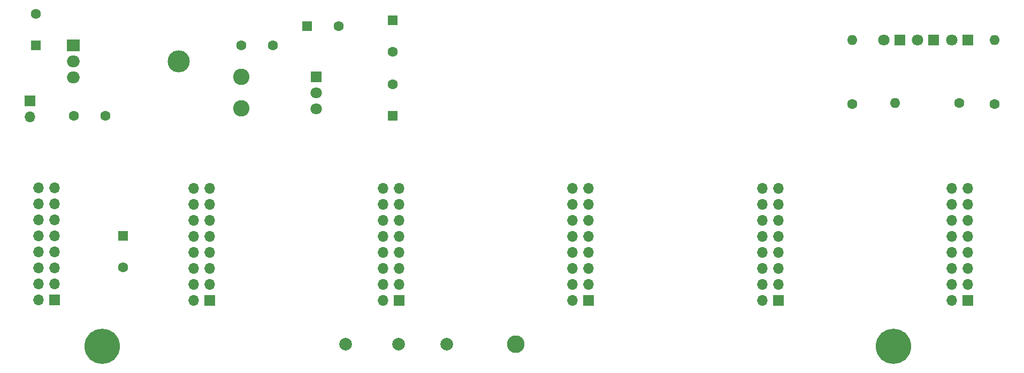
<source format=gbr>
%TF.GenerationSoftware,KiCad,Pcbnew,(6.0.1)*%
%TF.CreationDate,2024-03-11T08:14:04-07:00*%
%TF.ProjectId,Melper,4d656c70-6572-42e6-9b69-6361645f7063,3.2*%
%TF.SameCoordinates,Original*%
%TF.FileFunction,Soldermask,Top*%
%TF.FilePolarity,Negative*%
%FSLAX46Y46*%
G04 Gerber Fmt 4.6, Leading zero omitted, Abs format (unit mm)*
G04 Created by KiCad (PCBNEW (6.0.1)) date 2024-03-11 08:14:04*
%MOMM*%
%LPD*%
G01*
G04 APERTURE LIST*
%ADD10C,5.600000*%
%ADD11C,2.000000*%
%ADD12R,1.600000X1.600000*%
%ADD13C,1.600000*%
%ADD14R,1.800000X1.800000*%
%ADD15C,1.800000*%
%ADD16R,1.700000X1.700000*%
%ADD17O,1.700000X1.700000*%
%ADD18O,1.600000X1.600000*%
%ADD19O,3.500000X3.500000*%
%ADD20R,2.000000X1.905000*%
%ADD21O,2.000000X1.905000*%
%ADD22C,2.800000*%
%ADD23C,2.600000*%
G04 APERTURE END LIST*
D10*
%TO.C,H2*%
X180760000Y-95600000D03*
%TD*%
D11*
%TO.C,TP2*%
X94100000Y-95220000D03*
%TD*%
D12*
%TO.C,C5*%
X101500000Y-43867349D03*
D13*
X101500000Y-48867349D03*
%TD*%
D14*
%TO.C,D1*%
X181795000Y-47000000D03*
D15*
X179255000Y-47000000D03*
%TD*%
D14*
%TO.C,D2*%
X187135000Y-47000000D03*
D15*
X184595000Y-47000000D03*
%TD*%
D16*
%TO.C,J5*%
X162540000Y-88280000D03*
D17*
X160000000Y-88280000D03*
X162540000Y-85740000D03*
X160000000Y-85740000D03*
X162540000Y-83200000D03*
X160000000Y-83200000D03*
X162540000Y-80660000D03*
X160000000Y-80660000D03*
X162540000Y-78120000D03*
X160000000Y-78120000D03*
X162540000Y-75580000D03*
X160000000Y-75580000D03*
X162540000Y-73040000D03*
X160000000Y-73040000D03*
X162540000Y-70500000D03*
X160000000Y-70500000D03*
%TD*%
D16*
%TO.C,J3*%
X102540000Y-88280000D03*
D17*
X100000000Y-88280000D03*
X102540000Y-85740000D03*
X100000000Y-85740000D03*
X102540000Y-83200000D03*
X100000000Y-83200000D03*
X102540000Y-80660000D03*
X100000000Y-80660000D03*
X102540000Y-78120000D03*
X100000000Y-78120000D03*
X102540000Y-75580000D03*
X100000000Y-75580000D03*
X102540000Y-73040000D03*
X100000000Y-73040000D03*
X102540000Y-70500000D03*
X100000000Y-70500000D03*
%TD*%
D11*
%TO.C,TP4*%
X102500000Y-95220000D03*
%TD*%
D16*
%TO.C,J7*%
X44100000Y-56610000D03*
D17*
X44100000Y-59150000D03*
%TD*%
D14*
%TO.C,U2*%
X89400000Y-52805000D03*
D15*
X89400000Y-55345000D03*
X89400000Y-57885000D03*
%TD*%
D16*
%TO.C,J4*%
X132540000Y-88280000D03*
D17*
X130000000Y-88280000D03*
X132540000Y-85740000D03*
X130000000Y-85740000D03*
X132540000Y-83200000D03*
X130000000Y-83200000D03*
X132540000Y-80660000D03*
X130000000Y-80660000D03*
X132540000Y-78120000D03*
X130000000Y-78120000D03*
X132540000Y-75580000D03*
X130000000Y-75580000D03*
X132540000Y-73040000D03*
X130000000Y-73040000D03*
X132540000Y-70500000D03*
X130000000Y-70500000D03*
%TD*%
D12*
%TO.C,C7*%
X58900000Y-78082651D03*
D13*
X58900000Y-83082651D03*
%TD*%
%TO.C,R1*%
X174260000Y-57140000D03*
D18*
X174260000Y-46980000D03*
%TD*%
D12*
%TO.C,C6*%
X101500000Y-59042651D03*
D13*
X101500000Y-54042651D03*
%TD*%
%TO.C,C3*%
X77580000Y-47840000D03*
X82580000Y-47840000D03*
%TD*%
D19*
%TO.C,U1*%
X67660000Y-50340000D03*
D20*
X51000000Y-47800000D03*
D21*
X51000000Y-50340000D03*
X51000000Y-52880000D03*
%TD*%
D13*
%TO.C,C4*%
X51050000Y-59000000D03*
X56050000Y-59000000D03*
%TD*%
D14*
%TO.C,D3*%
X192545000Y-47000000D03*
D15*
X190005000Y-47000000D03*
%TD*%
D22*
%TO.C,TP1*%
X121050000Y-95220000D03*
%TD*%
D13*
%TO.C,R2*%
X191180000Y-57000000D03*
D18*
X181020000Y-57000000D03*
%TD*%
D11*
%TO.C,TP3*%
X110050000Y-95220000D03*
%TD*%
D13*
%TO.C,R3*%
X196810000Y-57140000D03*
D18*
X196810000Y-46980000D03*
%TD*%
D12*
%TO.C,C2*%
X88000000Y-44810000D03*
D13*
X93000000Y-44810000D03*
%TD*%
D16*
%TO.C,J1*%
X48050000Y-88250000D03*
D17*
X45510000Y-88250000D03*
X48050000Y-85710000D03*
X45510000Y-85710000D03*
X48050000Y-83170000D03*
X45510000Y-83170000D03*
X48050000Y-80630000D03*
X45510000Y-80630000D03*
X48050000Y-78090000D03*
X45510000Y-78090000D03*
X48050000Y-75550000D03*
X45510000Y-75550000D03*
X48050000Y-73010000D03*
X45510000Y-73010000D03*
X48050000Y-70470000D03*
X45510000Y-70470000D03*
%TD*%
D10*
%TO.C,H1*%
X55590000Y-95600000D03*
%TD*%
D16*
%TO.C,J6*%
X192540000Y-88280000D03*
D17*
X190000000Y-88280000D03*
X192540000Y-85740000D03*
X190000000Y-85740000D03*
X192540000Y-83200000D03*
X190000000Y-83200000D03*
X192540000Y-80660000D03*
X190000000Y-80660000D03*
X192540000Y-78120000D03*
X190000000Y-78120000D03*
X192540000Y-75580000D03*
X190000000Y-75580000D03*
X192540000Y-73040000D03*
X190000000Y-73040000D03*
X192540000Y-70500000D03*
X190000000Y-70500000D03*
%TD*%
D12*
%TO.C,C1*%
X45100000Y-47800000D03*
D13*
X45100000Y-42800000D03*
%TD*%
D16*
%TO.C,J2*%
X72540000Y-88280000D03*
D17*
X70000000Y-88280000D03*
X72540000Y-85740000D03*
X70000000Y-85740000D03*
X72540000Y-83200000D03*
X70000000Y-83200000D03*
X72540000Y-80660000D03*
X70000000Y-80660000D03*
X72540000Y-78120000D03*
X70000000Y-78120000D03*
X72540000Y-75580000D03*
X70000000Y-75580000D03*
X72540000Y-73040000D03*
X70000000Y-73040000D03*
X72540000Y-70500000D03*
X70000000Y-70500000D03*
%TD*%
D23*
%TO.C,L1*%
X77570000Y-52790000D03*
X77570000Y-57790000D03*
%TD*%
M02*

</source>
